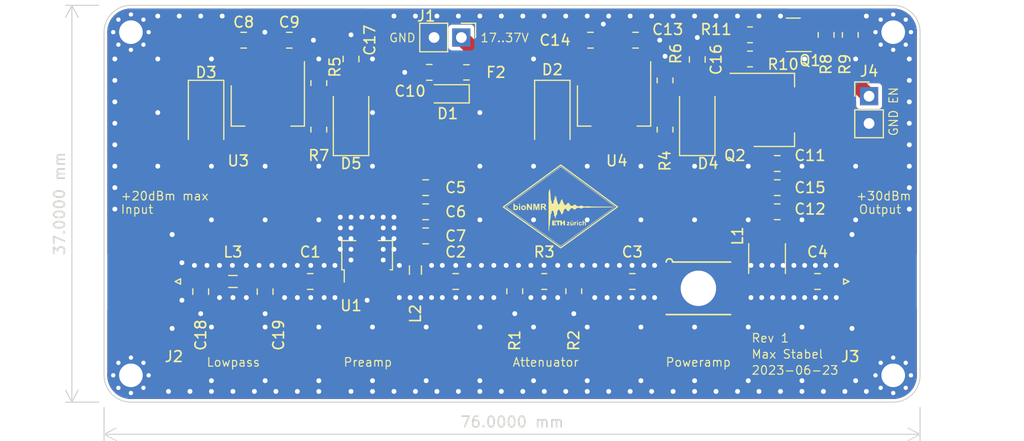
<source format=kicad_pcb>
(kicad_pcb (version 20221018) (generator pcbnew)
  (title_block (title "RF Power Amplifier") (date "2023-06-23") (rev "1") (company "ETH Zürich") (comment 1 "Maximilian Stabel"))
  (layers (0 "F.Cu" mixed) (31 "B.Cu" power) (34 "B.Paste" user) (35 "F.Paste" user) (36 "B.SilkS" user "B.Silkscreen") (37 "F.SilkS" user "F.Silkscreen") (38 "B.Mask" user) (39 "F.Mask" user) (44 "Edge.Cuts" user))
  (net 0 "")
  (net 1 "/filter_out")
  (net 2 "/preamp_in")
  (net 3 "/preamp_out")
  (net 4 "/att_in")
  (net 5 "/att_out")
  (net 6 "/amp_in")
  (net 7 "/amp_out")
  (net 8 "/rf_out")
  (net 9 "+5V")
  (net 10 "GND")
  (net 11 "VCC")
  (net 12 "Net-(D1-A)")
  (net 13 "VDD")
  (net 14 "+14V")
  (net 15 "Net-(D4-A)")
  (net 16 "Net-(D5-A)")
  (net 17 "/rf_in")
  (net 18 "Net-(J1-Pin_1)")
  (net 19 "Net-(J4-Pin_1)")
  (net 20 "Net-(Q1-B)")
  (net 21 "Net-(Q1-C)")
  (net 22 "Net-(Q2-B)")
  (footprint "Resistor_SMD:R_0805_2012Metric" (layer "F.Cu") (at 130 86.25 90)
    (fp_text reference "R5")
    (fp_text value "715, 1%")
  )
  (footprint "Capacitor_SMD:C_0805_2012Metric" (layer "F.Cu") (at 172.7 93.75)
    (fp_text reference "C11")
    (fp_text value "1u/50V")
  )
  (footprint "Capacitor_SMD:C_0805_2012Metric" (layer "F.Cu") (at 172.7 98.25)
    (fp_text reference "C12")
    (fp_text value "1n/50V")
  )
  (footprint "Capacitor_SMD:C_0805_2012Metric" (layer "F.Cu") (at 142.75 104.75)
    (fp_text reference "C2")
    (fp_text value "100n/50V")
  )
  (footprint "Inductor_SMD:L_0805_2012Metric" (layer "F.Cu") (at 139 103.6875 -90)
    (fp_text reference "L2")
    (fp_text value "470n")
  )
  (footprint "Capacitor_SMD:C_0805_2012Metric" (layer "F.Cu") (at 125 105.7 90)
    (fp_text reference "C19")
    (fp_text value "130p/50V")
  )
  (footprint "Resistor_SMD:R_0805_2012Metric" (layer "F.Cu") (at 148.25 105.6625 -90)
    (fp_text reference "R1")
    (fp_text value "150")
  )
  (footprint "Connector_Coaxial:SMA_Molex_73251-1153_EdgeMount_Horizontal" (layer "F.Cu") (at 114.62 104.75)
    (fp_text reference "J2")
    (fp_text value "RF_IN")
  )
  (footprint "MountingHole:MountingHole_2.2mm_M2_Pad_Via" (layer "F.Cu") (at 183.5 81.5)
    (fp_text reference "H4" hide)
    (fp_text value "MountingHole_Pad")
  )
  (footprint "Package_TO_SOT_SMD:SOT-223-3_TabPin2" (layer "F.Cu") (at 125.25 88.35 -90)
    (fp_text reference "U3")
    (fp_text value "LM317_SOT-223")
  )
  (footprint "Diode_SMD:D_SMA" (layer "F.Cu") (at 119.5 89.5 -90)
    (fp_text reference "D3")
    (fp_text value "S1B (1N4002)")
  )
  (footprint "Resistor_SMD:R_0805_2012Metric" (layer "F.Cu") (at 130 90.5875 90)
    (fp_text reference "R7")
    (fp_text value "240, 1%")
  )
  (footprint "Connector_Coaxial:SMA_Molex_73251-1153_EdgeMount_Horizontal" (layer "F.Cu") (at 181.38 104.75 180)
    (fp_text reference "J3")
    (fp_text value "RF_OUT")
  )
  (footprint "Capacitor_SMD:C_0805_2012Metric" (layer "F.Cu") (at 172.7 96)
    (fp_text reference "C15")
    (fp_text value "100n/50V")
  )
  (footprint "Resistor_SMD:R_0805_2012Metric" (layer "F.Cu") (at 170.1625 81.75 180)
    (fp_text reference "R10")
    (fp_text value "1k")
  )
  (footprint "Capacitor_SMD:C_0805_2012Metric" (layer "F.Cu") (at 159.5 82.25)
    (fp_text reference "C13")
    (fp_text value "1u,50V,10%")
  )
  (footprint "MountingHole:MountingHole_2.2mm_M2_Pad_Via" (layer "F.Cu") (at 183.5 113.5)
    (fp_text reference "H3" hide)
    (fp_text value "MountingHole_Pad")
  )
  (footprint "Connector_PinHeader_2.54mm:PinHeader_1x02_P2.54mm_Vertical" (layer "F.Cu") (at 181.25 87.475)
    (fp_text reference "J4")
    (fp_text value "Power_Enable")
  )
  (footprint "Package_TO_SOT_SMD:SOT-223-3_TabPin2" (layer "F.Cu") (at 157.5 88.35 -90)
    (fp_text reference "U4")
    (fp_text value "LM317_SOT-223")
  )
  (footprint "Resistor_SMD:R_0805_2012Metric" (layer "F.Cu") (at 162.25 90.5875 90)
    (fp_text reference "R4")
    (fp_text value "240, 1%")
  )
  (footprint "Capacitor_SMD:C_0805_2012Metric" (layer "F.Cu") (at 123 82.25)
    (fp_text reference "C8")
    (fp_text value "1u,50V,10%")
  )
  (footprint "Connector_PinHeader_2.54mm:PinHeader_1x02_P2.54mm_Vertical" (layer "F.Cu") (at 143.275 82 -90)
    (fp_text reference "J1")
    (fp_text value "Power")
  )
  (footprint "Diode_SMD:D_SMA" (layer "F.Cu") (at 165.25 89.5 90)
    (fp_text reference "D4")
    (fp_text value "S1B (1N4002)")
  )
  (footprint "Diode_SMD:D_SMA" (layer "F.Cu") (at 133 89.5 90)
    (fp_text reference "D5")
    (fp_text value "S1B (1N4002)")
  )
  (footprint "LOGO" (layer "F.Cu") (at 152.5 97.75)
    (fp_text reference "G***" hide)
    (fp_text value "LOGO" hide)
  )
  (footprint "Capacitor_SMD:C_0805_2012Metric" (layer "F.Cu") (at 159.2 104.75)
    (fp_text reference "C3")
    (fp_text value "100n/50V")
  )
  (footprint "Package_TO_SOT_SMD:SOT-89-3_Handsoldering" (layer "F.Cu") (at 134.5 102.3 90)
    (fp_text reference "U1")
    (fp_text value "ADL5536")
  )
  (footprint "Inductor_SMD:L_1812_4532Metric" (layer "F.Cu") (at 171.75 102.6125 -90)
    (fp_text reference "L1")
    (fp_text value "5u6")
  )
  (footprint "Capacitor_SMD:C_0805_2012Metric" (layer "F.Cu") (at 139.95 96)
    (fp_text reference "C5")
    (fp_text value "1u/50V")
  )
  (footprint "Package_TO_SOT_SMD:SOT-223-3_TabPin2" (layer "F.Cu") (at 172.4 88.75)
    (fp_text reference "Q2")
    (fp_text value "BCP51")
  )
  (footprint "Resistor_SMD:R_0805_2012Metric" (layer "F.Cu") (at 177.25 81.75 90)
    (fp_text reference "R8")
    (fp_text value "1k")
  )
  (footprint "MountingHole:MountingHole_2.2mm_M2_Pad_Via" (layer "F.Cu") (at 112.5 113.5)
    (fp_text reference "H2" hide)
    (fp_text value "MountingHole_Pad")
  )
  (footprint "Resistor_SMD:R_0805_2012Metric" (layer "F.Cu") (at 162.25 86 90)
    (fp_text reference "R6")
    (fp_text value "2k43, 1%")
  )
  (footprint "Capacitor_SMD:C_0805_2012Metric" (layer "F.Cu") (at 127.25 82.25)
    (fp_text reference "C9")
    (fp_text value "1u,50V,10%")
  )
  (footprint "Resistor_SMD:R_0805_2012Metric" (layer "F.Cu") (at 170.1625 84)
    (fp_text reference "R11")
    (fp_text value "4k7")
  )
  (footprint "Capacitor_SMD:C_0805_2012Metric" (layer "F.Cu") (at 129.2 104.75)
    (fp_text reference "C1")
    (fp_text value "100n/50V")
  )
  (footprint "Capacitor_SMD:C_0805_2012Metric" (layer "F.Cu") (at 133 84 90)
    (fp_text reference "C17")
    (fp_text value "10u,50V,10%")
  )
  (footprint "Capacitor_SMD:C_0805_2012Metric" (layer "F.Cu") (at 139.95 100.5)
    (fp_text reference "C7")
    (fp_text value "68p/50V")
  )
  (footprint "MountingHole:MountingHole_2.2mm_M2_Pad_Via" (layer "F.Cu") (at 112.5 81.5)
    (fp_text reference "H1" hide)
    (fp_text value "MountingHole_Pad")
  )
  (footprint "Fuse:Fuse_0805_2012Metric" (layer "F.Cu") (at 143.75 85.25 180)
    (fp_text reference "F2")
    (fp_text value "Polyfuse")
  )
  (footprint "Capacitor_SMD:C_0805_2012Metric" (layer "F.Cu") (at 155.3 82.25)
    (fp_text reference "C14")
    (fp_text value "1u,50V,10%")
  )
  (footprint "Capacitor_SMD:C_0805_2012Metric" (layer "F.Cu") (at 165.25 84.05 90)
    (fp_text reference "C16")
    (fp_text value "10u,50V,10%")
  )
  (footprint "Inductor_SMD:L_0805_2012Metric" (layer "F.Cu") (at 122 104.75)
    (fp_text reference "L3")
    (fp_text value "360n")
  )
  (footprint "Diode_SMD:D_SOD-323_HandSoldering" (layer "F.Cu") (at 142 87.25 180)
    (fp_text reference "D1")
    (fp_text value "SS13HE")
  )
  (footprint "Capacitor_SMD:C_0805_2012Metric" (layer "F.Cu") (at 119 105.7 90)
    (fp_text reference "C18")
    (fp_text value "130p/50V")
  )
  (footprint "Capacitor_SMD:C_0805_2012Metric" (layer "F.Cu") (at 140.29 85.25)
    (fp_text reference "C10")
    (fp_text value "100n/50V")
  )
  (footprint "poweramp:DL1636_HandSolder" (layer "F.Cu") (at 165.355 105.385)
    (fp_text reference "U2")
    (fp_text value "PHA-202+")
  )
  (footprint "Capacitor_SMD:C_0805_2012Metric" (layer "F.Cu") (at 176.45 104.75)
    (fp_text reference "C4")
    (fp_text value "100n/50V")
  )
  (footprint "Resistor_SMD:R_0805_2012Metric" (layer "F.Cu") (at 179.5 81.75 90)
    (fp_text reference "R9")
    (fp_text value "10k")
  )
  (footprint "Diode_SMD:D_SMA" (layer "F.Cu") (at 151.75 89.5 -90)
    (fp_text reference "D2")
    (fp_text value "S1B (1N4002)")
  )
  (footprint "Capacitor_SMD:C_0805_2012Metric" (layer "F.Cu") (at 139.95 98.25)
    (fp_text reference "C6")
    (fp_text value "1n/50V")
  )
  (footprint "Resistor_SMD:R_0805_2012Metric" (layer "F.Cu") (at 151 104.75)
    (fp_text reference "R3")
    (fp_text value "37R4")
  )
  (footprint "Package_TO_SOT_SMD:SOT-23" (layer "F.Cu") (at 174.1875 81.75 180)
    (fp_text reference "Q1")
    (fp_text value "MMBT3904")
  )
  (footprint "Resistor_SMD:R_0805_2012Metric" (layer "F.Cu") (at 153.75 105.6625 -90)
    (fp_text reference "R2")
    (fp_text value "150")
  )
  (gr_arc (start 110 81.5) (mid 110.732233 79.732233) (end 112.5 79) (stroke (width 0.1)) (layer "Edge.Cuts"))
  (gr_arc (start 183.5 79) (mid 185.267767 79.732233) (end 186 81.5) (stroke (width 0.1)) (layer "Edge.Cuts"))
  (gr_arc (start 186 113.5) (mid 185.267767 115.267767) (end 183.5 116) (stroke (width 0.1)) (layer "Edge.Cuts"))
  (gr_line (start 112.5 79) (end 183.5 79) (stroke (width 0.1)) (layer "Edge.Cuts"))
  (gr_line (start 110 113.5) (end 110 81.5) (stroke (width 0.1)) (layer "Edge.Cuts"))
  (gr_line (start 186 81.5) (end 186 113.5) (stroke (width 0.1)) (layer "Edge.Cuts"))
  (gr_line (start 183.5 116) (end 112.5 116) (stroke (width 0.1)) (layer "Edge.Cuts"))
  (gr_arc (start 112.5 116) (mid 110.732233 115.267767) (end 110 113.5) (stroke (width 0.1)) (layer "Edge.Cuts"))
  (gr_text "Lowpass" (at 119.5 112.75) (layer "F.SilkS") (effects (font (size 0.8 0.8) (thickness 0.1)) (justify left bottom)))
  (gr_text "+20dBm max" (at 111.5 97.25) (layer "F.SilkS") (effects (font (size 0.8 0.8) (thickness 0.1)) (justify left bottom)))
  (gr_text "GND" (at 184 91.25 90) (layer "F.SilkS") (effects (font (size 0.8 0.8) (thickness 0.1)) (justify left bottom)))
  (gr_text "Output" (at 180.25 98.5) (layer "F.SilkS") (effects (font (size 0.8 0.8) (thickness 0.1)) (justify left bottom)))
  (gr_text "EN" (at 184 88.25 90) (layer "F.SilkS") (effects (font (size 0.8 0.8) (thickness 0.1)) (justify left bottom)))
  (gr_text "Attenuator" (at 148 112.75) (layer "F.SilkS") (effects (font (size 0.8 0.8) (thickness 0.1)) (justify left bottom)))
  (gr_text "Rev 1" (at 170.25 110.5) (layer "F.SilkS") (effects (font (size 0.8 0.8) (thickness 0.1)) (justify left bottom)))
  (gr_text "Preamp" (at 132.25 112.75) (layer "F.SilkS") (effects (font (size 0.8 0.8) (thickness 0.1)) (justify left bottom)))
  (gr_text "2023-06-23" (at 170.25 113.5) (layer "F.SilkS") (effects (font (size 0.8 0.8) (thickness 0.1)) (justify left bottom)))
  (gr_text "Max Stabel" (at 170.25 112) (layer "F.SilkS") (effects (font (size 0.8 0.8) (thickness 0.1)) (justify left bottom)))
  (gr_text "17..37V" (at 145 82.5) (layer "F.SilkS") (effects (font (size 0.8 0.8) (thickness 0.1)) (justify left bottom)))
  (gr_text "GND" (at 136.5 82.5) (layer "F.SilkS") (effects (font (size 0.8 0.8) (thickness 0.1)) (justify left bottom)))
  (gr_text "+30dBm" (at 180 97.25) (layer "F.SilkS") (effects (font (size 0.8 0.8) (thickness 0.1)) (justify left bottom)))
  (gr_text "Input" (at 111.5 98.5) (layer "F.SilkS") (effects (font (size 0.8 0.8) (thickness 0.1)) (justify left bottom)))
  (gr_text "Poweramp" (at 162.25 112.75) (layer "F.SilkS") (effects (font (size 0.8 0.8) (thickness 0.1)) (justify left bottom)))
  (dimension (type aligned) (layer "Edge.Cuts") (pts (xy 110 79) (xy 110 116)) (height 3) (gr_text "37.0000 mm" (at 105.85 97.5 90) (layer "Edge.Cuts") (effects (font (size 1 1) (thickness 0.15)))) (format (prefix "") (suffix "") (units 3) (units_format 1) (precision 4)) (style (thickness 0.1) (arrow_length 1.27) (text_position_mode 0) (extension_height 0.58642) (extension_offset 0.5) keep_text_aligned))
  (dimension (type aligned) (layer "Edge.Cuts") (pts (xy 110 116) (xy 186 116)) (height 3) (gr_text "76.0000 mm" (at 148 117.85) (layer "Edge.Cuts") (effects (font (size 1 1) (thickness 0.15)))) (format (prefix "") (suffix "") (units 3) (units_format 1) (precision 4)) (style (thickness 0.1) (arrow_length 1.27) (text_position_mode 0) (extension_height 0.58642) (extension_offset 0.5) keep_text_aligned))
  (segment (start 123.25 104.75) (end 128 104.75) (width 1.45) (layer "F.Cu") (net 1))
  (segment (start 130.5 104.75) (end 131.5 104.75) (width 1.45) (layer "F.Cu") (net 2))
  (segment (start 141.5 104.75) (end 137.5 104.75) (width 1.45) (layer "F.Cu") (net 3))
  (segment (start 149.75 104.75) (end 144 104.75) (width 1.45) (layer "F.Cu") (net 4))
  (segment (start 152.25 104.75) (end 158 104.75) (width 1.45) (layer "F.Cu") (net 5))
  (segment (start 160.5 104.75) (end 161 104.75) (width 1.45) (layer "F.Cu") (net 6))
  (segment (start 170.25 104.75) (end 175.25 104.75) (width 1.45) (layer "F.Cu") (net 7))
  (segment (start 177.75 104.75) (end 178.75 104.75) (width 1.45) (layer "F.Cu") (net 8))
  (segment (start 125.25 91.5) (end 119.5 91.5) (width 1.45) (layer "F.Cu") (net 9))
  (segment (start 139 96) (end 139 95.5) (width 1.45) (layer "F.Cu") (net 9))
  (segment (start 133 91.5) (end 130 91.5) (width 1.45) (layer "F.Cu") (net 9))
  (segment (start 125.25 85) (end 125.25 83.807177) (width 1.45) (layer "F.Cu") (net 9))
  (segment (start 131 91.5) (end 125.25 91.5) (width 1.45) (layer "F.Cu") (net 9))
  (segment (start 139 102.625) (end 139 96) (width 1.45) (layer "F.Cu") (net 9))
  (segment (start 126.25 82.807177) (end 126.25 82.25) (width 1.45) (layer "F.Cu") (net 9))
  (segment (start 125.25 83.807177) (end 126.25 82.807177) (width 1.45) (layer "F.Cu") (net 9))
  (segment (start 135 91.5) (end 133.25 91.5) (width 1.45) (layer "F.Cu") (net 9))
  (segment (start 125.25 91.5) (end 125.25 85) (width 1.45) (layer "F.Cu") (net 9))
  (segment (start 139 95.5) (end 135 91.5) (width 1.45) (layer "F.Cu") (net 9))
  (via (at 152.25 103.25) (size 0.8) (drill 0.45) (layers "F.Cu" "B.Cu") (net 10))
  (via (at 130.5 103.25) (size 0.8) (drill 0.45) (layers "F.Cu" "B.Cu") (net 10))
  (via (at 130 114) (size 0.8) (drill 0.45) (layers "F.Cu" "B.Cu") (net 10))
  (via (at 175 109) (size 0.8) (drill 0.45) (layers "F.Cu" "B.Cu") (net 10))
  (via (at 126.8125 103.25) (size 0.8) (drill 0.45) (layers "F.Cu" "B.Cu") (net 10))
  (via (at 170.25 103.25) (size 0.8) (drill 0.45) (layers "F.Cu" "B.Cu") (net 10))
  (via (at 155 115) (size 0.8) (drill 0.45) (layers "F.Cu" "B.Cu") (net 10))
  (via (at 133 101.75) (size 0.8) (drill 0.45) (layers "F.Cu" "B.Cu") (net 10))
  (via (at 123.25 103.25) (size 0.8) (drill 0.45) (layers "F.Cu" "B.Cu") (net 10))
  (via (at 147 80) (size 0.8) (drill 0.45) (layers "F.Cu" "B.Cu") (net 10))
  (via (at 137.5 106.25) (size 0.8) (drill 0.45) (layers "F.Cu" "B.Cu") (net 10))
  (via (at 155 80) (size 0.8) (drill 0.45) (layers "F.Cu" "B.Cu") (net 10))
  (via (at 111 98) (size 0.8) (drill 0.45) (layers "F.Cu" "B.Cu") (net 10))
  (via (at 121 80) (size 0.8) (drill 0.45) (layers "F.Cu" "B.Cu") (net 10))
  (via (at 173 115) (size 0.8) (drill 0.45) (layers "F.Cu" "B.Cu") (net 10))
  (via (at 170 114) (size 0.8) (drill 0.45) (layers "F.Cu" "B.Cu") (net 10))
  (via (at 167 115) (size 0.8) (drill 0.45) (layers "F.Cu" "B.Cu") (net 10))
  (via (at 155.7 106.25) (size 0.8) (drill 0.45) (layers "F.Cu" "B.Cu") (net 10))
  (via (at 165 99) (size 0.8) (drill 0.45) (layers "F.Cu" "B.Cu") (net 10))
  (via (at 177.2 103.25) (size 0.8) (drill 0.45) (layers "F.Cu" "B.Cu") (net 10))
  (via (at 146.3 103.25) (size 0.8) (drill 0.45) (layers "F.Cu" "B.Cu") (net 10))
  (via (at 150 84) (size 0.8) (drill 0.45) (layers "F.Cu" "B.Cu") (net 10))
  (via (at 111 86) (size 0.8) (drill 0.45) (layers "F.Cu" "B.Cu") (net 10))
  (via (at 135 109) (size 0.8) (drill 0.45) (layers "F.Cu" "B.Cu") (net 10))
  (via (at 129.5 82.25) (size 0.8) (drill 0.45) (layers "F.Cu" "B.Cu") (net 10))
  (via (at 159 115) (size 0.8) (drill 0.45) (layers "F.Cu" "B.Cu") (net 10))
  (via (at 111 96) (size 0.8) (drill 0.45) (layers "F.Cu" "B.Cu") (net 10))
  (via (at 145 99) (size 0.8) (drill 0.45) (layers "F.Cu" "B.Cu") (net 10))
  (via (at 171.25 106.25) (size 0.8) (drill 0.45) (layers "F.Cu" "B.Cu") (net 10))
  (via (at 120 114) (size 0.8) (drill 0.45) (layers "F.Cu" "B.Cu") (net 10))
  (via (at 123.25 106.25) (size 0.8) (drill 0.45) (layers "F.Cu" "B.Cu") (net 10))
  (via (at 148.25 107.75) (size 0.8) (drill 0.45) (layers "F.Cu" "B.Cu") (net 10))
  (via (at 132 99.75) (size 0.8) (drill 0.45) (layers "F.Cu" "B.Cu") (net 10))
  (via (at 175 94) (size 0.8) (drill 0.45) (layers "F.Cu" "B.Cu") (net 10))
  (via (at 133 98.75) (size 0.8) (drill 0.45) (layers "F.Cu" "B.Cu") (net 10))
  (via (at 145.15 106.25) (size 0.8) (drill 0.45) (layers "F.Cu" "B.Cu") (net 10))
  (via (at 143 80) (size 0.8) (drill 0.45) (layers "F.Cu" "B.Cu") (net 10))
  (via (at 179 115) (size 0.8) (drill 0.45) (layers "F.Cu" "B.Cu") (net 10))
  (via (at 160 99) (size 0.8) (drill 0.45) (layers "F.Cu" "B.Cu") (net 10))
  (via (at 169 80) (size 0.8) (drill 0.45) (layers "F.Cu" "B.Cu") (net 10))
  (via (at 125.625 103.25) (size 0.8) (drill 0.45) (layers "F.Cu" "B.Cu") (net 10))
  (via (at 160 114) (size 0.8) (drill 0.45) (layers "F.Cu" "B.Cu") (net 10))
  (via (at 130.5 106.25) (size 0.8) (drill 0.45) (layers "F.Cu" "B.Cu") (net 10))
  (via (at 158 106.25) (size 0.8) (drill 0.45) (layers "F.Cu" "B.Cu") (net 10))
  (via (at 125 99) (size 0.8) (drill 0.45) (layers "F.Cu" "B.Cu") (net 10))
  (via (at 175 115) (size 0.8) (drill 0.45) (layers "F.Cu" "B.Cu") (net 10))
  (via (at 126.8125 106.25) (size 0.8) (drill 0.45) (layers "F.Cu" "B.Cu") (net 10))
  (via (at 139 115) (size 0.8) (drill 0.45) (layers "F.Cu" "B.Cu") (net 10))
  (via (at 118 115) (size 0.8) (drill 0.45) (layers "F.Cu" "B.Cu") (net 10))
  (via (at 161 80) (size 0.8) (drill 0.45) (layers "F.Cu" "B.Cu") (net 10))
  (via (at 185 90) (size 0.8) (drill 0.45) (layers "F.Cu" "B.Cu") (net 10))
  (via (at 140.5 103.25) (size 0.8) (drill 0.45) (layers "F.Cu" "B.Cu") (net 10))
  (via (at 185 88) (size 0.8) (drill 0.45) (layers "F.Cu" "B.Cu") (net 10))
  (via (at 142.75 106.25) (size 0.8) (drill 0.45) (layers "F.Cu" "B.Cu") (net 10))
  (via (at 178.2 106.25) (size 0.8) (drill 0.45) (layers "F.Cu" "B.Cu") (net 10))
  (via (at 133 99.75) (size 0.8) (drill 0.45) (layers "F.Cu" "B.Cu") (net 10))
  (via (at 149.75 106.25) (size 0.8) (drill 0.45) (layers "F.Cu" "B.Cu") (net 10))
  (via (at 143 115) (size 0.8) (drill 0.45) (layers "F.Cu" "B.Cu") (net 10))
  (via (at 134 98.75) (size 0.8) (drill 0.45) (layers "F.Cu" "B.Cu") (net 10))
  (via (at 169 115) (size 0.8) (drill 0.45) (layers "F.Cu" "B.Cu") (net 10))
  (via (at 174.25 106.25) (size 0.8) (drill 0.45) (layers "F.Cu" "B.Cu") (net 10))
  (via (at 135 94) (size 0.8) (drill 0.45) (layers "F.Cu" "B.Cu") (net 10))
  (via (at 133 115) (size 0.8) (drill 0.45) (layers "F.Cu" "B.Cu") (net 10))
  (via (at 171 115) (size 0.8) (drill 0.45) (layers "F.Cu" "B.Cu") (net 10))
  (via (at 137 101.75) (size 0.8) (drill 0.45) (layers "F.Cu" "B.Cu") (net 10))
  (via (at 185 86) (size 0.8) (drill 0.45) (layers "F.Cu" "B.Cu") (net 10))
  (via (at 137 80) (size 0.8) (drill 0.45) (layers "F.Cu" "B.Cu") (net 10))
  (via (at 135 84) (size 0.8) (drill 0.45) (layers "F.Cu" "B.Cu") (net 10))
  (via (at 175 114) (size 0.8) (drill 0.45) (layers "F.Cu" "B.Cu") (net 10))
  (via (at 129.25 106.25) (size 0.8) (drill 0.45) (layers "F.Cu" "B.Cu") (net 10))
  (via (at 133 102.75) (size 0.8) (drill 0.45) (layers "F.Cu" "B.Cu") (net 10))
  (via (at 144 103.25) (size 0.8) (drill 0.45) (layers "F.Cu" "B.Cu") (net 10))
  (via (at 120.75 106.25) (size 0.8) (drill 0.45) (layers "F.Cu" "B.Cu") (net 10))
  (via (at 176.25 106.25) (size 0.8) (drill 0.45) (layers "F.Cu" "B.Cu") (net 10))
  (via (at 122 106.25) (size 0.8) (drill 0.45) (layers "F.Cu" "B.Cu") (net 10))
  (via (at 157 80) (size 0.8) (drill 0.45) (layers "F.Cu" "B.Cu") (net 10))
  (via (at 111 92) (size 0.8) (drill 0.45) (layers "F.Cu" "B.Cu") (net 10))
  (via (at 137 115) (size 0.8) (drill 0.45) (layers "F.Cu" "B.Cu") (net 10))
  (via (at 121.95 103.25) (size 0.8) (drill 0.45) (layers "F.Cu" "B.Cu") (net 10))
  (via (at 163 80) (size 0.8) (drill 0.45) (layers "F.Cu" "B.Cu") (net 10))
  (via (at 157 115) (size 0.8) (drill 0.45) (layers "F.Cu" "B.Cu") (net 10))
  (via (at 120 84) (size 0.8) (drill 0.45) (layers "F.Cu" "B.Cu") (net 10))
  (via (at 139 80) (size 0.8) (drill 0.45) (layers "F.Cu" "B.Cu") (net 10))
  (via (at 153 115) (size 0.8) (drill 0.45) (layers "F.Cu" "B.Cu") (net 10))
  (via (at 155 99) (size 0.8) (drill 0.45) (layers "F.Cu" "B.Cu") (net 10))
  (via (at 155 109) (size 0.8) (drill 0.45) (layers "F.Cu" "B.Cu") (net 10))
  (via (at 150 114) (size 0.8) (drill 0.45) (layers "F.Cu" "B.Cu") (net 10))
  (via (at 128 106.25) (size 0.8) (drill 0.45) (layers "F.Cu" "B.Cu") (net 10))
  (via (at 142.75 103.25) (size 0.8) (drill 0.45) (layers "F.Cu" "B.Cu") (net 10))
  (via (at 130 99) (size 0.8) (drill 0.45) (layers "F.Cu" "B.Cu") (net 10))
  (via (at 165 94) (size 0.8) (drill 0.45) (layers "F.Cu" "B.Cu") (net 10))
  (via (at 111 84) (size 0.8) (drill 0.45) (layers "F.Cu" "B.Cu") (net 10))
  (via (at 111 90) (size 0.8) (drill 0.45) (layers "F.Cu" "B.Cu") (net 10))
  (via (at 170 94) (size 0.8) (drill 0.45) (layers "F.Cu" "B.Cu") (net 10))
  (via (at 156.85 106.25) (size 0.8) (drill 0.45) (layers "F.Cu" "B.Cu") (net 10))
  (via (at 176.25 103.25) (size 0.8) (drill 0.45) (layers "F.Cu" "B.Cu") (net 10))
  (via (at 150 99) (size 0.8) (drill 0.45) (layers "F.Cu" "B.Cu") (net 10))
  (via (at 124 115) (size 0.8) (drill 0.45) (layers "F.Cu" "B.Cu") (net 10))
  (via (at 130 94) (size 0.8) (drill 0.45) (layers "F.Cu" "B.Cu") (net 10))
  (via (at 125 94) (size 0.8) (drill 0.45) (layers "F.Cu" "B.Cu") (net 10))
  (via (at 125 107.75) (size 0.8) (drill 0.45) (layers "F.Cu" "B.Cu") (net 10))
  (via (at 132 101.75) (size 0.8) (drill 0.45) (layers "F.Cu" "B.Cu") (net 10))
  (via (at 140 109) (size 0.8) (drill 0.45) (layers "F.Cu" "B.Cu") (net 10))
  (via (at 145 114) (size 0.8) (drill 0.45) (layers "F.Cu" "B.Cu") (net 10))
  (via (at 125 109) (size 0.8) (drill 0.45) (layers "F.Cu" "B.Cu") (net 10))
  (via (at 141 115) (size 0.8) (drill 0.45) (layers "F.Cu" "B.Cu") (net 10))
  (via (at 165 114) (size 0.8) (drill 0.45) (layers "F.Cu" "B.Cu") (net 10))
  (via (at 125 114) (size 0.8) (drill 0.45) (layers "F.Cu" "B.Cu") (net 10))
  (via (at 134.5 106.5) (size 0.8) (drill 0.45) (layers "F.Cu" "B.Cu") (net 10))
  (via (at 152.25 106.25) (size 0.8) (drill 0.45) (layers "F.Cu" "B.Cu") (net 10))
  (via (at 147 115) (size 0.8) (drill 0.45) (layers "F.Cu" "B.Cu") (net 10))
  (via (at 116 115) (size 0.8) (drill 0.45) (layers "F.Cu" "B.Cu") (net 10))
  (via (at 115 80) (size 0.8) (drill 0.45) (layers "F.Cu" "B.Cu") (net 10))
  (via (at 136 99.75) (size 0.8) (drill 0.45) (layers "F.Cu" "B.Cu") (net 10))
  (via (at 150.975 103.25) (size 0.8) (drill 0.45) (layers "F.Cu" "B.Cu") (net 10))
  (via (at 119 80) (size 0.8) (drill 0.45) (layers "F.Cu" "B.Cu") (net 10))
  (via (at 118.416666 103.25) (size 0.8) (drill 0.45) (layers "F.Cu" "B.Cu") (net 10))
  (via (at 130 109) (size 0.8) (drill 0.45) (layers "F.Cu" "B.Cu") (net 10))
  (via (at 130 115) (size 0.8) (drill 0.45) (layers "F.Cu" "B.Cu") (net 10))
  (via (at 165 80) (size 0.8) (drill 0.45) (layers "F.Cu" "B.Cu") (net 10))
  (via (at 181 80) (size 0.8) (drill 0.45) (layers "F.Cu" "B.Cu") (net 10))
  (via (at 141.5 103.25) (size 0.8) (drill 0.45) (layers "F.Cu" "B.Cu") (net 10))
  (via (at 150.975 106.25) (size 0.8) (drill 0.45) (layers "F.Cu" "B.Cu") (net 10))
  (via (at 175.25 103.25) (size 0.8) (drill 0.45) (layers "F.Cu" "B.Cu") (net 10))
  (via (at 155.7 103.25) (size 0.8) (drill 0.45) (layers "F.Cu" "B.Cu") (net 10))
  (via (at 117.25 106.5) (size 0.8) (drill 0.45) (layers "F.Cu" "B.Cu") (net 10))
  (via (at 170 99) (size 0.8) (drill 0.45) (layers "F.Cu" "B.Cu") (net 10))
  (via (at 132 98.75) (size 0.8) (drill 0.45) (layers "F.Cu" "B.Cu") (net 10))
  (via (at 175.25 106.25) (size 0.8) (drill 0.45) (layers "F.Cu" "B.Cu") (net 10))
  (via (at 177 115) (size 0.8) (drill 0.45) (layers "F.Cu" "B.Cu") (net 10))
  (via (at 160 94) (size 0.8) (drill 0.45) (layers "F.Cu" "B.Cu") (net 10))
  (via (at 115 94) (size 0.8) (drill 0.45) (layers "F.Cu" "B.Cu") (net 10))
  (via (at 145 89) (size 0.8) (drill 0.45) (layers "F.Cu" "B.Cu") (net 10))
  (via (at 156.85 103.25) (size 0.8) (drill 0.45) (layers "F.Cu" "B.Cu") (net 10))
  (via (at 160.275 103.25) (size 0.8) (drill 0.45) (layers "F.Cu" "B.Cu") (net 10))
  (via (at 144 106.25) (size 0.8) (drill 0.45) (layers "F.Cu" "B.Cu") (net 10))
  (via (at 140 114) (size 0.8) (drill 0.45) (layers "F.Cu" "B.Cu") (net 10))
  (via (at 175 99) (size 0.8) (drill 0.45) (layers "F.Cu" "B.Cu") (net 10))
  (via (at 180 114) (size 0.8) (drill 0.45) (layers "F.Cu" "B.Cu") (net 10))
  (via (at 161.275 106.25) (size 0.8) (drill 0.45) (layers "F.Cu" "B.Cu") (net 10))
  (via (at 115 84) (size 0.8) (drill 0.45) (layers "F.Cu" "B.Cu") (net 10))
  (via (at 165 115) (size 0.8) (drill 0.45) (layers "F.Cu" "B.Cu") (net 10))
  (via (at 158 103.25) (size 0.8) (drill 0.45) (layers "F.Cu" "B.Cu") (net 10))
  (via (at 165.25 82) (size 0.8) (drill 0.45) (layers "F.Cu" "B.Cu") (net 10))
  (via (at 147.45 103.25) (size 0.8) (drill 0.45) (layers "F.Cu" "B.Cu") (net 10))
  (via (at 117 80) (size 0.8) (drill 0.45) (layers "F.Cu" "B.Cu") (net 10))
  (via (at 136 100.75) (size 0.8) (drill 0.45) (layers "F.Cu" "B.Cu") (net 10))
  (via (at 185 98) (size 0.8) (drill 0.45) (layers "F.Cu" "B.Cu") (net 10))
  (via (at 171 80) (size 0.8) (drill 0.45) (layers "F.Cu" "B.Cu") (net 10))
  (via (at 119.583333 103.25) (size 0.8) (drill 0.45) (layers "F.Cu" "B.Cu") (net 10))
  (via (at 122 115) (size 0.8) (drill 0.45) (layers "F.Cu" "B.Cu") (net 10))
  (via (at 161.75 82.25) (size 0.8) (drill 0.45) (layers "F.Cu" "B.Cu") (net 10))
  (via (at 159 80) (size 0.8) (drill 0.45) (layers "F.Cu" "B.Cu") (net 10))
  (via (at 171.25 103.25) (size 0.8) (drill 0.45) (layers "F.Cu" "B.Cu") (net 10))
  (via (at 180 99) (size 0.8) (drill 0.45) (layers "F.Cu" "B.Cu") (net 10))
  (via (at 128 103.25) (size 0.8) (drill 0.45) (layers "F.Cu" "B.Cu") (net 10))
  (via (at 120 99) (size 0.8) (drill 0.45) (layers "F.Cu" "B.Cu") (net 10))
  (via (at 174.25 103.25) (size 0.8) (drill 0.45) (layers "F.Cu" "B.Cu") (net 10))
  (via (at 175.25 84) (size 0.8) (drill 0.45) (layers "F.Cu" "B.Cu") (net 10))
  (via (at 145 109) (size 0.8) (drill 0.45) (layers "F.Cu" "B.Cu") (net 10))
  (via (at 135 89) (size 0.8) (drill 0.45) (layers "F.Cu" "B.Cu") (net 10))
  (via (at 148.6 103.25) (size 0.8) (drill 0.45) (layers "F.Cu" "B.Cu") (net 10))
  (via (at 185 92) (size 0.8) (drill 0.45) (layers "F.Cu" "B.Cu") (net 10))
  (via (at 180 94) (size 0.8) (drill 0.45) (layers "F.Cu" "B.Cu") (net 10))
  (via (at 173.25 103.25) (size 0.8) (drill 0.45) (layers "F.Cu" "B.Cu") (net 10))
  (via (at 172.25 103.25) (size 0.8) (drill 0.45) (layers "F.Cu" "B.Cu") (net 10))
  (via (at 117.25 103) (size 0.8) (drill 0.45) (layers "F.Cu" "B.Cu") (net 10))
  (via (at 151 80) (size 0.8) (drill 0.45) (layers "F.Cu" "B.Cu") (net 10))
  (via (at 170 109) (size 0.8) (drill 0.45) (layers "F.Cu" "B.Cu") (net 10))
  (via (at 111 94) (size 0.8) (drill 0.45) (layers "F.Cu" "B.Cu") (net 10))
  (via (at 120 94) (size 0.8) (drill 0.45) (layers "F.Cu" "B.Cu") (net 10))
  (via (at 145.15 103.25) (size 0.8) (drill 0.45) (layers "F.Cu" "B.Cu") (net 10))
  (via (at 115 89) (size 0.8) (drill 0.45) (layers "F.Cu" "B.Cu") (net 10))
  (via (at 161.275 103.25) (size 0.8) (drill 0.45) (layers "F.Cu" "B.Cu") (net 10))
  (via (at 124.4375 103.25) (size 0.8) (drill 0.45) (layers "F.Cu" "B.Cu") (net 10))
  (via (at 126 115) (size 0.8) (drill 0.45) (layers "F.Cu" "B.Cu") (net 10))
  (via (at 178.2 103.25) (size 0.8) (drill 0.45) (layers "F.Cu" "B.Cu") (net 10))
  (via (at 145 115) (size 0.8) (drill 0.45) (layers "F.Cu" "B.Cu") (net 10))
  (via (at 149.75 103.25) (size 0.8) (drill 0.45) (layers "F.Cu" "B.Cu") (net 10))
  (via (at 170.25 106.25) (size 0.8) (drill 0.45) (layers "F.Cu" "B.Cu") (net 10))
  (via (at 128 115) (size 0.8) (drill 0.45) (layers "F.Cu" "B.Cu") (net 10))
  (via (at 146.3 106.25) (size 0.8) (drill 0.45) (layers "F.Cu" "B.Cu") (net 10))
  (via (at 145 80) (size 0.8) (drill 0.45) (layers "F.Cu" "B.Cu") (net 10))
  (via (at 160 109) (size 0.8) (drill 0.45) (layers "F.Cu" "B.Cu") (net 10))
  (via (at 145 94) (size 0.8) (drill 0.45) (layers "F.Cu" "B.Cu") (net 10))
  (via (at 156.5 80.75) (size 0.8) (drill 0.45) (layers "F.Cu" "B.Cu") (net 10))
  (via (at 129.25 103.25) (size 0.8) (drill 0.45) (layers "F.Cu" "B.Cu") (net 10))
  (via (at 137 100.75) (size 0.8) (drill 0.45) (layers "F.Cu" "B.Cu") (net 10))
  (via (at 160.275 106.25) (size 0.8) (drill 0.45) (layers "F.Cu" "B.Cu") (net 10))
  (via (at 137 98.75) (size 0.8) (drill 0.45) (layers "F.Cu" "B.Cu") (net 10))
  (via (at 131.5 106.25) (size 0.8) (drill 0.45) (layers "F.Cu" "B.Cu") (net 10))
  (via (at 139.5 106.25) (size 0.8) (drill 0.45) (layers "F.Cu" "B.Cu") (net 10))
  (via (at 180 84) (size 0.8) (drill 0.45) (layers "F.Cu" "B.Cu") (net 10))
  (via (at 124.971008 81.5054) (size 0.8) (drill 0.45) (layers "F.Cu" "B.Cu") (net 10))
  (via (at 153 80) (size 0.8) (drill 0.45) (layers "F.Cu" "B.Cu") (net 10))
  (via (at 159.175 106.25) (size 0.8) (drill 0.45) (layers "F.Cu" "B.Cu") (net 10))
  (via (at 173.25 106.25) (size 0.8) (drill 0.45) (layers "F.Cu" "B.Cu") (net 10))
  (via (at 135 114) (size 0.8) (drill 0.45) (layers "F.Cu" "B.Cu") (net 10))
  (via (at 141 80) (size 0.8) (drill 0.45) (layers "F.Cu" "B.Cu") (net 10))
  (via (at 185 96) (size 0.8) (drill 0.45) (layers "F.Cu" "B.Cu") (net 10))
  (via (at 177.2 106.25) (size 0.8) (drill 0.45) (layers "F.Cu" "B.Cu") (net 10))
  (via (at 135 115) (size 0.8) (drill 0.45) (layers "F.Cu" "B.Cu") (net 10))
  (via (at 165 109) (size 0.8) (drill 0.45) (layers "F.Cu" "B.Cu") (net 10))
  (via (at 149 115) (size 0.8) (drill 0.45) (layers "F.Cu" "B.Cu") (net 10))
  (via (at 181 115) (size 0.8) (drill 0.45) (layers "F.Cu" "B.Cu") (net 10))
  (via (at 137 99.75) (size 0.8) (drill 0.45) (layers "F.Cu" "B.Cu") (net 10))
  (via (at 136 102.75) (size 0.8) (drill 0.45) (layers "F.Cu" "B.Cu") (net 10))
  (via (at 120.75 103.25) (size 0.8) (drill 0.45) (layers "F.Cu" "B.Cu") (net 10))
  (via (at 141.5 106.25) (size 0.8) (drill 0.45) (layers "F.Cu" "B.Cu") (net 10))
  (via (at 136 98.75) (size 0.8) (drill 0.45) (layers "F.Cu" "B.Cu") (net 10))
  (via (at 111 88) (size 0.8) (drill 0.45) (layers "F.Cu" "B.Cu") (net 10))
  (via (at 161 115) (size 0.8) (drill 0.45) (layers "F.Cu" "B.Cu") (net 10))
  (via (at 132 100.75) (size 0.8) (drill 0.45) (layers "F.Cu" "B.Cu") (net 10))
  (via (at 131.5 103.25) (size 0.8) (drill 0.45) (layers "F.Cu" "B.Cu") (net 10))
  (via (at 150 94) (size 0.8) (drill 0.45) (layers "F.Cu" "B.Cu") (net 10))
  (via (at 153.75 107.75) (size 0.8) (drill 0.45) (layers "F.Cu" "B.Cu") (net 10))
  (via (at 153.4 103.25) (size 0.8) (drill 0.45) (layers "F.Cu" "B.Cu") (net 10))
  (via (at 173 80) (size 0.8) (drill 0.45) (layers "F.Cu" "B.Cu") (net 10))
  (via (at 140.5 106.25) (size 0.8) (drill 0.45) (layers "F.Cu" "B.Cu") (net 10))
  (via (at 163 115) (size 0.8) (drill 0.45) (layers "F.Cu" "B.Cu") (net 10))
  (via (at 133 81.75) (size 0.8) (drill 0.45) (layers "F.Cu" "B.Cu") (net 10))
  (via (at 167 80) (size 0.8) (drill 0.45) (layers "F.Cu" "B.Cu") (net 10))
  (via (at 138.5 106.25) (size 0.8) (drill 0.45) (layers "F.Cu" "B.Cu") (net 10))
  (via (at 155 114) (size 0.8) (drill 0.45) (layers "F.Cu" "B.Cu") (net 10))
  (via (at 159.175 103.25) (size 0.8) (drill 0.45) (layers "F.Cu" "B.Cu") (net 10))
  (via (at 155 94) (size 0.8) (drill 0.45) (layers "F.Cu" "B.Cu") (net 10))
  (via (at 172.25 106.25) (size 0.8) (drill 0.45) (layers "F.Cu" "B.Cu") (net 10))
  (via (at 136 101.75) (size 0.8) (drill 0.45) (layers "F.Cu" "B.Cu") (net 10))
  (via (at 185 84) (size 0.8) (drill 0.45) (layers "F.Cu" "B.Cu") (net 10))
  (via (at 185 94) (size 0.8) (drill 0.45) (layers "F.Cu" "B.Cu") (net 10))
  (via (at 120 115) (size 0.8) (drill 0.45) (layers "F.Cu" "B.Cu") (net 10))
  (via (at 149 80) (size 0.8) (drill 0.45) (layers "F.Cu" "B.Cu") (net 10))
  (via (at 119 107.75) (size 0.8) (drill 0.45) (layers "F.Cu" "B.Cu") (net 10))
  (via (at 154.55 103.25) (size 0.8) (drill 0.45) (layers "F.Cu" "B.Cu") (net 10))
  (via (at 138 85.25) (size 0.8) (drill 0.45) (layers "F.Cu" "B.Cu") (net 10))
  (via (at 150 109) (size 0.8) (drill 0.45) (layers "F.Cu" "B.Cu") (net 10))
  (via (at 162.25 83.75) (size 0.8) (drill 0.45) (layers "F.Cu" "B.Cu") (net 10))
  (via (at 130 84) (size 0.8) (drill 0.45) (layers "F.Cu" "B.Cu") (net 10))
  (via (at 151 115) (size 0.8) (drill 0.45) (layers "F.Cu" "B.Cu") (net 10))
  (via (at 137.5 103.25) (size 0.8) (drill 0.45) (layers "F.Cu" "B.Cu") (net 10))
  (via (at 135 98.75) (size 0.8) (drill 0.45) (layers "F.Cu" "B.Cu") (net 10))
  (via (at 120 109) (size 0.8) (drill 0.45) (layers "F.Cu" "B.Cu") (net 10))
  (via (at 133 100.75) (size 0.8) (drill 0.45) (layers "F.Cu" "B.Cu") (net 10))
  (segment (start 136.5 88) (end 136.5 82.3) (width 1.45) (layer "F.Cu") (net 11))
  (segment (start 153.75 87.5) (end 155.25 86) (width 1.45) (layer "F.Cu") (net 11))
  (segment (start 155.25 86) (end 155.25 85) (width 1.45) (layer "F.Cu") (net 11))
  (segment (start 134.225 80.025) (end 123.175 80.025) (width 1.45) (layer "F.Cu") (net 11))
  (segment (start 151.5 87.25) (end 151.75 87.5) (width 1.45) (layer "F.Cu") (net 11))
  (segment (start 155.25 84.25) (end 154.3 83.3) (width 1.45) (layer "F.Cu") (net 11))
  (segment (start 154.3 83.3) (end 154.3 82.1) (width 1.45) (layer "F.Cu") (net 11))
  (segment (start 123 84) (end 123 85.25) (width 1.45) (layer "F.Cu") (net 11))
  (segment (start 146.75 87.25) (end 151.5 87.25) (width 1.45) (layer "F.Cu") (net 11))
  (segment (start 121.5 87.5) (end 119.5 87.5) (width 1.45) (layer "F.Cu") (net 11))
  (segment (start 143.25 87.303928) (end 140.803928 89.75) (width 1.45) (layer "F.Cu") (net 11))
  (segment (start 138.25 89.75) (end 136.5 88) (width 1.45) (layer "F.Cu") (net 11))
  (segment (start 122.1 81.1) (end 122.1 83.1) (width 1.45) (layer "F.Cu") (net 11))
  (segment (start 155.25 85.25) (end 155.25 84.25) (width 1.45) (layer "F.Cu") (net 11))
  (segment (start 140.803928 89.75) (end 138.25 89.75) (width 1.45) (layer "F.Cu") (net 11))
  (segment (start 143.25 87.25) (end 146.75 87.25) (width 1.45) (layer "F.Cu") (net 11))
  (segment (start 143.25 87.25) (end 143.25 87.303928) (width 1.45) (layer "F.Cu") (net 11))
  (segment (start 122.95 86.05) (end 121.5 87.5) (width 1.45) (layer "F.Cu") (net 11))
  (segment (start 151.75 87.5) (end 153.75 87.5) (width 1.45) (layer "F.Cu") (net 11))
  (segment (start 122.1 83.1) (end 123 84) (width 1.45) (layer "F.Cu") (net 11))
  (segment (start 122.95 85.2) (end 122.95 86.05) (width 1.45) (layer "F.Cu") (net 11))
  (segment (start 136.5 82.3) (end 134.225 80.025) (width 1.45) (layer "F.Cu") (net 11))
  (segment (start 123.175 80.025) (end 122.1 81.1) (width 1.45) (layer "F.Cu") (net 11))
  (segment (start 140.75 87.25) (end 141.25 86.75) (width 1.45) (layer "F.Cu") (net 12))
  (segment (start 141.25 86.75) (end 141.25 85.25) (width 1.45) (layer "F.Cu") (net 12))
  (segment (start 142.5 85.25) (end 141.5 85.25) (width 1.45) (layer "F.Cu") (net 12))
  (segment (start 171.75 100.25) (end 171.75 93.75) (width 1.45) (layer "F.Cu") (net 13))
  (segment (start 171.75 93.5) (end 169.25 91) (width 1.45) (layer "F.Cu") (net 13))
  (segment (start 171.75 93.75) (end 171.75 93.5) (width 1.45) (layer "F.Cu") (net 13))
  (segment (start 166.25 90.5) (end 165.25 91.5) (width 1.45) (layer "F.Cu") (net 14))
  (segment (start 165.25 91.5) (end 164.75 91.5) (width 1.45) (layer "F.Cu") (net 14))
  (segment (start 157.5 91.5) (end 157.5 85) (width 1.45) (layer "F.Cu") (net 14))
  (segment (start 171.3309 88.2809) (end 171.3309 84.0809) (width 1.45) (layer "F.Cu") (net 14))
  (segment (start 170.8618 88.75) (end 171.3309 88.2809) (width 1.45) (layer "F.Cu") (net 14))
  (segment (start 169.25 88.75) (end 168 88.75) (width 1.45) (layer "F.Cu") (net 14))
  (segment (start 157.5 85) (end 157.5 83.807177) (width 1.45) (layer "F.Cu") (net 14))
  (segment (start 175.55 88.75) (end 169.25 88.75) (width 1.45) (layer "F.Cu") (net 14))
  (segment (start 157.5 83.807177) (end 158.5 82.807177) (width 1.45) (layer "F.Cu") (net 14))
  (segment (start 165.25 91.5) (end 162.25 91.5) (width 1.45) (layer "F.Cu") (net 14))
  (segment (start 171.3309 84.0809) (end 171.25 84) (width 1.45) (layer "F.Cu") (net 14))
  (segment (start 169.25 88.75) (end 170.8618 88.75) (width 1.45) (layer "F.Cu") (net 14))
  (segment (start 158.5 82.807177) (end 158.5 82.25) (width 1.45) (layer "F.Cu") (net 14))
  (segment (start 168 88.75) (end 166.25 90.5) (width 1.45) (layer "F.Cu") (net 14))
  (segment (start 157.5 91.5) (end 151.75 91.5) (width 1.45) (layer "F.Cu") (net 14))
  (segment (start 162.25 91.5) (end 157.5 91.5) (width 1.45) (layer "F.Cu") (net 14))
  (segment (start 162 87) (end 162.25 87.25) (width 1.45) (layer "F.Cu") (net 15))
  (segment (start 162 87.25) (end 160 85.25) (width 1.45) (layer "F.Cu") (net 15))
  (segment (start 162.25 87.25) (end 162 87.25) (width 1.45) (layer "F.Cu") (net 15))
  (segment (start 165.25 85.25) (end 165.25 87.5) (width 1.45) (layer "F.Cu") (net 15))
  (segment (start 164.75 87) (end 162 87) (width 1.45) (layer "F.Cu") (net 15))
  (segment (start 165.25 87.5) (end 164.75 87) (width 1.45) (layer "F.Cu") (net 15))
  (segment (start 162.25 89.675) (end 162.25 87.25) (width 1.45) (layer "F.Cu") (net 15))
  (segment (start 132.9125 87.1625) (end 133 87.25) (width 1.45) (layer "F.Cu") (net 16))
  (segment (start 129.538299 87.25) (end 130 87.25) (width 1.45) (layer "F.Cu") (net 16))
  (segment (start 127.55 85.2) (end 127.55 85.261701) (width 1.45) (layer "F.Cu") (net 16))
  (segment (start 129.5 87.1625) (end 132.9125 87.1625) (width 1.45) (layer "F.Cu") (net 16))
  (segment (start 127.55 85.261701) (end 129.538299 87.25) (width 1.45) (layer "F.Cu") (net 16))
  (segment (start 130 89.5) (end 130 87.5) (width 1.45) (layer "F.Cu") (net 16))
  (segment (start 133 87.5) (end 133 85.25) (width 1.45) (layer "F.Cu") (net 16))
  (segment (start 119 104.75) (end 120.75 104.75) (width 1.45) (layer "F.Cu") (net 17))
  (segment (start 119 104.75) (end 117.25 104.75) (width 1.45) (layer "F.Cu") (net 17))
  (segment (start 144.75 83.475) (end 144.75 85.25) (width 1.45) (layer "F.Cu") (net 18))
  (segment (start 143.275 82) (end 144.75 83.475) (width 1.45) (layer "F.Cu") (net 18))
  (segment (start 177.25 82.6625) (end 177.25 83.5) (width 1.45) (layer "F.Cu") (net 19))
  (segment (start 177.25 83.5) (end 181.25 87.5) (width 1.45) (layer "F.Cu") (net 19))
  (segment (start 179.5 80.8375) (end 174.8375 80.8375) (width 1.45) (layer "F.Cu") (net 20))
  (segment (start 171.075 81.75) (end 173.25 81.75) (width 1.45) (layer "F.Cu") (net 21))
  (segment (start 169.25 84) (end 169.25 81.75) (width 1.45) (layer "F.Cu") (net 22))
  (segment (start 169.25 86.45) (end 169.25 84) (width 1.45) (layer "F.Cu") (net 22))
  (zone (net 3) (net_name "/preamp_out") (layer "F.Cu") (priority 17540) (connect_pads yes (clearance 0)) (min_thickness 0.0254) (fill yes (thermal_gap 0.5) (thermal_bridge_width 0.5))
    (polygon (pts (xy 137.75 104.75) (xy 137.65025 104.025) (xy 137.463662 104.0131) (xy 137.305722 103.9808) (xy 137.170536 103.933199) (xy 137.052211 103.8754) (xy 136.944851 103.8125) (xy 136.842563 103.7496) (xy 136.739453 103.6918) (xy 136.629626 103.6442) (xy 136.50719 103.6119) (xy 136.36625 103.6) (xy 136.14125 103.6) (xy 136.00325 104.75) (xy 136.14125 105.9) (xy 136.36625 105.9) (xy 136.50719 105.8881) (xy 136.629626 105.8558) (xy 136.739453 105.808199) (xy 136.842563 105.7504) (xy 136.944851 105.6875) (xy 137.052211 105.6246) (xy 137.170536 105.5668) (xy 137.305722 105.5192) (xy 137.463662 105.4869) (xy 137.65025 105.475)))
  )
  (zone (net 13) (net_name "VDD") (layer "F.Cu") (priority 17540) (connect_pads yes (clearance 0)) (min_thickness 0.0254) (fill yes (thermal_gap 0.5) (thermal_bridge_width 0.5))
    (polygon (pts (xy 171.75 98.66125) (xy 171.025 98.75875) (xy 170.9977 98.992153) (xy 170.9236 99.178633) (xy 170.814399 99.328293) (xy 170.6818 99.451238) (xy 170.5375 99.557573) (xy 170.3932 99.657401) (xy 170.2606 99.760829) (xy 170.1514 99.87796) (xy 170.0773 100.018899) (xy 170.05 100.19375) (xy 170.05 100.475) (xy 171.75 100.679) (xy 173.45 100.475) (xy 173.45 100.19375) (xy 173.4227 100.018899) (xy 173.3486 99.87796) (xy 173.239399 99.760829) (xy 173.1068 99.657401) (xy 172.9625 99.557573) (xy 172.8182 99.451238) (xy 172.6856 99.328293) (xy 172.5764 99.178633) (xy 172.5023 98.992153) (xy 172.475 98.75875)))
  )
  (zone (net 2) (net_name "/preamp_in") (layer "F.Cu") (priority 17540) (connect_pads yes (clearance 0)) (min_thickness 0.0254) (fill yes (thermal_gap 0.5) (thermal_bridge_width 0.5))
    (polygon (pts (xy 131.5 104.75) (xy 131.59975 105.475) (xy 131.740189 105.4869) (xy 131.856965 105.5192) (xy 131.955031 105.566799) (xy 132.039342 105.6246) (xy 132.11485 105.6875) (xy 132.186511 105.7504) (xy 132.259277 105.8082) (xy 132.338103 105.8558) (xy 132.427943 105.8881) (xy 132.53375 105.9) (xy 132.75875 105.9) (xy 132.89675 104.75) (xy 132.75875 103.6) (xy 132.53375 103.6) (xy 132.427943 103.6119) (xy 132.338103 103.6442) (xy 132.259277 103.691799) (xy 132.186511 103.7496) (xy 132.11485 103.8125) (xy 132.039342 103.8754) (xy 131.955031 103.9332) (xy 131.856965 103.9808) (xy 131.740189 104.0131) (xy 131.59975 104.025)))
  )
  (zone (net 9) (net_name "+5V") (layer "F.Cu") (priority 17540) (connect_pads yes (clearance 0)) (min_thickness 0.0254) (fill yes (thermal_gap 0.5) (thermal_bridge_width 0.5))
    (polygon (pts (xy 125.25 89.02325) (xy 124.525 89.112) (xy 124.4921 89.355898) (xy 124.4028 89.544963) (xy 124.271199 89.691183) (xy 124.1114 89.806544) (xy 123.9375 89.903034) (xy 123.7636 89.992642) (xy 123.6038 90.087355) (xy 123.4722 90.19916) (xy 123.3829 90.340046) (xy 123.35 90.522) (xy 123.35 91.022) (xy 125.25 91.25) (xy 127.15 91.022) (xy 127.15 90.522) (xy 127.1171 90.340046) (xy 127.0278 90.19916) (xy 126.896199 90.087355) (xy 126.7364 89.992642) (xy 126.5625 89.903034) (xy 126.3886 89.806544) (xy 126.2288 89.691183) (xy 126.0972 89.544963) (xy 126.0079 89.355898) (xy 125.975 89.112)))
  )
  (zone (net 17) (net_name "/rf_in") (layer "F.Cu") (priority 17540) (connect_pads yes (clearance 0)) (min_thickness 0.0254) (fill yes (thermal_gap 0.5) (thermal_bridge_width 0.5))
    (polygon (pts (xy 118.49615 104.75) (xy 118.4382 104.025) (xy 118.012556 104.01324) (xy 117.645673 103.98132) (xy 117.32573 103.934279) (xy 117.040904 103.87716) (xy 116.779373 103.815) (xy 116.529317 103.75284) (xy 116.278913 103.69572) (xy 116.01634 103.64868) (xy 115.729776 103.61676) (xy 115.4074 103.605) (xy 114.1374 103.605) (xy 114 104.75) (xy 114.1374 105.895) (xy 115.4074 105.895) (xy 115.729776 105.88324) (xy 116.01634 105.85132) (xy 116.278913 105.804279) (xy 116.529317 105.74716) (xy 116.779373 105.685) (xy 117.040904 105.62284) (xy 117.32573 105.56572) (xy 117.645673 105.51868) (xy 118.012556 105.48676) (xy 118.4382 105.475)))
  )
  (zone (net 14) (net_name "+14V") (layer "F.Cu") (priority 17540) (connect_pads yes (clearance 0)) (min_thickness 0.0254) (fill yes (thermal_gap 0.5) (thermal_bridge_width 0.5))
    (polygon (pts (xy 157.5 89.02325) (xy 156.775 89.112) (xy 156.7421 89.355898) (xy 156.6528 89.544963) (xy 156.521199 89.691183) (xy 156.3614 89.806544) (xy 156.1875 89.903034) (xy 156.0136 89.992642) (xy 155.8538 90.087355) (xy 155.7222 90.19916) (xy 155.6329 90.340046) (xy 155.6 90.522) (xy 155.6 91.022) (xy 157.5 91.25) (xy 159.4 91.022) (xy 159.4 90.522) (xy 159.3671 90.340046) (xy 159.2778 90.19916) (xy 159.146199 90.087355) (xy 158.9864 89.992642) (xy 158.8125 89.903034) (xy 158.6386 89.806544) (xy 158.4788 89.691183) (xy 158.3472 89.544963) (xy 158.2579 89.355898) (xy 158.225 89.112)))
  )
  (zone (net 8) (net_name "/rf_out") (layer "F.Cu") (priority 17540) (connect_pads yes (clearance 0)) (min_thickness 0.0254) (fill yes (thermal_gap 0.5) (thermal_bridge_width 0.5))
    (polygon (pts (xy 177.50385 104.75) (xy 177.5618 105.475) (xy 177.987443 105.48676) (xy 178.354326 105.51868) (xy 178.674269 105.565719) (xy 178.959095 105.62284) (xy 179.220626 105.685) (xy 179.470682 105.74716) (xy 179.721086 105.80428) (xy 179.983659 105.85132) (xy 180.270223 105.88324) (xy 180.5926 105.895) (xy 181.8626 105.895) (xy 182 104.75) (xy 181.8626 103.605) (xy 180.5926 103.605) (xy 180.270223 103.61676) (xy 179.983659 103.64868) (xy 179.721086 103.695719) (xy 179.470682 103.75284) (xy 179.220626 103.815) (xy 178.959095 103.87716) (xy 178.674269 103.93428) (xy 178.354326 103.98132) (xy 177.987443 104.01324) (xy 177.5618 104.025)))
  )
  (zone (net 6) (net_name "/amp_in") (layer "F.Cu") (priority 17540) (connect_pads yes (clearance 0)) (min_thickness 0.0254) (fill yes (thermal_gap 0.5) (thermal_bridge_width 0.5))
    (polygon (pts (xy 160.89125 104.75) (xy 160.9878 105.475) (xy 161.165884 105.46184) (xy 161.315441 105.42612) (xy 161.442389 105.373479) (xy 161.552644 105.30956) (xy 161.652124 105.24) (xy 161.746747 105.17044) (xy 161.842428 105.106519) (xy 161.945086 105.05388) (xy 162.060637 105.01816) (xy 162.195 105.005) (xy 162.5 105.005) (xy 162.5306 104.75) (xy 162.5 104.495) (xy 162.195 104.495) (xy 162.060637 104.48184) (xy 161.945086 104.44612) (xy 161.842428 104.393479) (xy 161.746747 104.32956) (xy 161.652124 104.26) (xy 161.552644 104.19044) (xy 161.442389 104.12652) (xy 161.315441 104.07388) (xy 161.165884 104.03816) (xy 160.9878 104.025)))
  )
  (zone (net 7) (net_name "/amp_out") (layer "F.Cu") (priority 17540) (connect_pads yes (clearance 0)) (min_thickness 0.0254) (fill yes (thermal_gap 0.5) (thermal_bridge_width 0.5))
    (polygon (pts (xy 170.35875 104.75) (xy 170.2622 104.025) (xy 170.011766 104.03816) (xy 169.798238 104.07388) (xy 169.614086 104.126519) (xy 169.451779 104.19044) (xy 169.303788 104.26) (xy 169.162582 104.32956) (xy 169.02063 104.39348) (xy 168.870402 104.44612) (xy 168.704369 104.48184) (xy 168.515 104.495) (xy 168.21 104.495) (xy 168.1794 104.75) (xy 168.21 105.005) (xy 168.515 105.005) (xy 168.704369 105.01816) (xy 168.870402 105.05388) (xy 169.02063 105.106519) (xy 169.162582 105.17044) (xy 169.303788 105.24) (xy 169.451779 105.30956) (xy 169.614086 105.37348) (xy 169.798238 105.42612) (xy 170.011766 105.46184) (xy 170.2622 105.475)))
  )
  (zone (net 10) (net_name "GND") (layers "F&B.Cu") (connect_pads yes (clearance 0.3559)) (min_thickness 1) (fill yes (thermal_gap 1) (thermal_bridge_width 1))
    (polygon (pts (xy 110 79) (xy 186 79) (xy 186 116) (xy 110 116)))
  )
)
</source>
